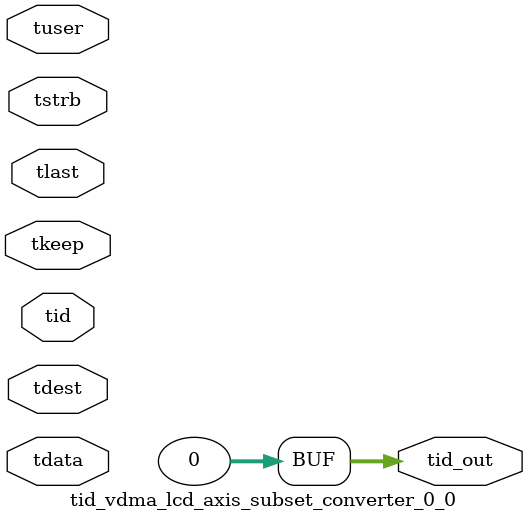
<source format=v>


`timescale 1ps/1ps

module tid_vdma_lcd_axis_subset_converter_0_0 #
(
parameter C_S_AXIS_TID_WIDTH   = 1,
parameter C_S_AXIS_TUSER_WIDTH = 0,
parameter C_S_AXIS_TDATA_WIDTH = 0,
parameter C_S_AXIS_TDEST_WIDTH = 0,
parameter C_M_AXIS_TID_WIDTH   = 32
)
(
input  [(C_S_AXIS_TID_WIDTH   == 0 ? 1 : C_S_AXIS_TID_WIDTH)-1:0       ] tid,
input  [(C_S_AXIS_TDATA_WIDTH == 0 ? 1 : C_S_AXIS_TDATA_WIDTH)-1:0     ] tdata,
input  [(C_S_AXIS_TUSER_WIDTH == 0 ? 1 : C_S_AXIS_TUSER_WIDTH)-1:0     ] tuser,
input  [(C_S_AXIS_TDEST_WIDTH == 0 ? 1 : C_S_AXIS_TDEST_WIDTH)-1:0     ] tdest,
input  [(C_S_AXIS_TDATA_WIDTH/8)-1:0 ] tkeep,
input  [(C_S_AXIS_TDATA_WIDTH/8)-1:0 ] tstrb,
input                                                                    tlast,
output [(C_M_AXIS_TID_WIDTH   == 0 ? 1 : C_M_AXIS_TID_WIDTH)-1:0       ] tid_out
);

assign tid_out = {1'b0};

endmodule


</source>
